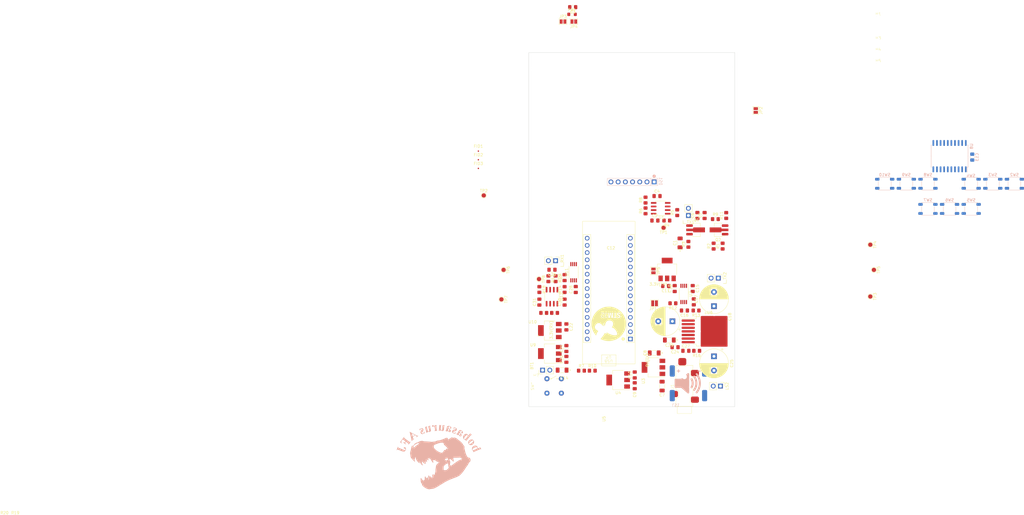
<source format=kicad_pcb>
(kicad_pcb (version 20221018) (generator pcbnew)
  (title_block (title "Lumber Plunder Metal Detector") (date "2023-03-24") (rev "V2") (comment 1 "Allen Jordan, allen.jordan@gmail.com"))
  (layers (0 "F.Cu" signal) (31 "B.Cu" signal) (34 "B.Paste" user) (35 "F.Paste" user) (36 "B.SilkS" user "B.Silkscreen") (37 "F.SilkS" user "F.Silkscreen") (38 "B.Mask" user) (39 "F.Mask" user) (44 "Edge.Cuts" user))
  (net 0 "")
  (net 1 "+BATT")
  (net 2 "GNDA")
  (net 3 "+9V")
  (net 4 "Net-(Q1-C)")
  (net 5 "+5VA")
  (net 6 "+3.3VA")
  (net 7 "Net-(JP1-B)")
  (net 8 "+5V")
  (net 9 "+3.3V")
  (net 10 "AUDIO")
  (net 11 "Net-(DS1-SCK)")
  (net 12 "Net-(DS1-SDA)")
  (net 13 "Net-(DS1-RES)")
  (net 14 "Net-(DS1-DC)")
  (net 15 "Net-(DS1-CS)")
  (net 16 "Net-(J1-PadTN)")
  (net 17 "/(BACKCH_TX)")
  (net 18 "SW8")
  (net 19 "+3.3V_uC")
  (net 20 "Net-(Q1-B)")
  (net 21 "Net-(Q1-E)")
  (net 22 "Net-(Q2-E)")
  (net 23 "TX_OSC_SCALED")
  (net 24 "Net-(JP5-A)")
  (net 25 "Net-(SW2-B)")
  (net 26 "Net-(SW3-B)")
  (net 27 "Net-(SW4-B)")
  (net 28 "Net-(SW5-B)")
  (net 29 "Net-(SW6-B)")
  (net 30 "Net-(SW7-B)")
  (net 31 "SW0")
  (net 32 "SW1")
  (net 33 "SW2")
  (net 34 "SW3")
  (net 35 "SW4")
  (net 36 "SW5")
  (net 37 "TX_FILTER_CLK")
  (net 38 "RX_FILTER_CLK")
  (net 39 "Net-(SW9-B)")
  (net 40 "RX_AMP_FILTERED")
  (net 41 "SW6")
  (net 42 "SW7")
  (net 43 "TX_AMP_RAW")
  (net 44 "Net-(SW10-B)")
  (net 45 "Net-(BT1-+)")
  (net 46 "Net-(SW8-B)")
  (net 47 "Net-(U1A-+)")
  (net 48 "Net-(U7-COM)")
  (net 49 "Net-(U6A-+)")
  (net 50 "Net-(U7-OUT)")
  (net 51 "Net-(#FLG01-pwr)")
  (net 52 "Net-(C17-Pad1)")
  (net 53 "Net-(C17-Pad2)")
  (net 54 "Net-(U6A-BIAS)")
  (net 55 "Net-(U11-COM)")
  (net 56 "Net-(U6B-+)")
  (net 57 "Net-(C26-Pad1)")
  (net 58 "Net-(C26-Pad2)")
  (net 59 "Net-(C18-Pad2)")
  (net 60 "Net-(C27-Pad2)")
  (net 61 "Net-(U12B--)")
  (net 62 "Net-(JP3-B)")
  (net 63 "Net-(JP3-A)")
  (net 64 "Net-(Q2-B)")
  (net 65 "Net-(U1A--)")
  (net 66 "Net-(U1B-+)")
  (net 67 "Net-(U2-PA_5)")
  (net 68 "Net-(U12A--)")
  (net 69 "Net-(U11-IN)")
  (net 70 "Net-(U12A-+)")
  (net 71 "Net-(U12B-+)")
  (net 75 "Net-(C25-Pad1)")
  (net 76 "Net-(C25-Pad2)")
  (footprint "Resistor_SMD:R_0805_2012Metric_Pad1.20x1.40mm_HandSolder" (layer "F.Cu") (at 64.954 133.2915 180)
    (fp_text reference "R20" (at 190.119 -70.546) (layer "F.SilkS"))
    (fp_text value "100k")
    (pad "1" smd roundrect (at -1 0 180) (size 1.2 1.4) (layers "F.Cu" "F.Paste" "F.Mask") (roundrect_rratio 0.208333) (net 71 "Net-(U12B-+)"))
    (pad "2" smd roundrect (at 1 0 180) (size 1.2 1.4) (layers "F.Cu" "F.Paste" "F.Mask") (roundrect_rratio 0.208333) (net 2 "GNDA"))
  )
  (footprint "allen footprints:mounting_hole_3mm" (layer "F.Cu") (at 182.626 41.974)
    (fp_text reference "H4" (at 0.254 -1.651 unlocked) (layer "F.SilkS") (effects (font (thickness 0.1))))
    (fp_text value "Strain Rel" hide)
    (pad "" np_thru_hole circle (at 0 0) (size 3 3) (drill 3) (layers "F&B.Cu" "*.Mask"))
  )
  (footprint "Capacitor_SMD:C_0805_2012Metric_Pad1.18x1.45mm_HandSolder" (layer "F.Cu") (at 119.126 98.918 90)
    (fp_text reference "C6" (at 0 -1.68 90) (layer "F.SilkS"))
    (fp_text value "10n")
    (pad "1" smd roundrect (at -1.0375 0 90) (size 1.175 1.45) (layers "F.Cu" "F.Paste" "F.Mask") (roundrect_rratio 0.212766) (net 4 "Net-(Q1-C)"))
    (pad "2" smd roundrect (at 1.0375 0 90) (size 1.175 1.45) (layers "F.Cu" "F.Paste" "F.Mask") (roundrect_rratio 0.212766) (net 2 "GNDA"))
  )
  (footprint "allen footprints:A11AH_right_angle_toggle_switch" (layer "F.Cu") (at 66.081 156.5325)
    (fp_text reference "SW1" (at -5.08 2.54 90 unlocked) (layer "F.SilkS") (effects (font (thickness 0.1))))
    (fp_text value "SW_SPST" hide)
    (pad "1" thru_hole circle (at 0 0) (size 1.8 1.8) (drill 0.8) (layers "*.Cu" "*.Mask") (net 45 "Net-(BT1-+)"))
    (pad "2" thru_hole circle (at 5.08 0) (size 1.8 1.8) (drill 0.8) (layers "*.Cu" "*.Mask") (net 1 "+BATT"))
    (pad "~" thru_hole circle (at 0 5.08) (size 1.8 1.8) (drill 0.8) (layers "*.Cu" "*.Mask"))
    (pad "~" thru_hole circle (at 5.08 5.08) (size 1.8 1.8) (drill 0.8) (layers "*.Cu" "*.Mask"))
  )
  (footprint "Resistor_SMD:R_0805_2012Metric_Pad1.20x1.40mm_HandSolder" (layer "F.Cu") (at 118.872 146.67 180)
    (fp_text reference "R16" (at 0 -1.65) (layer "F.SilkS"))
    (fp_text value "2.7")
    (pad "1" smd roundrect (at -1 0 180) (size 1.2 1.4) (layers "F.Cu" "F.Paste" "F.Mask") (roundrect_rratio 0.208333) (net 75 "Net-(C25-Pad1)"))
    (pad "2" smd roundrect (at 1 0 180) (size 1.2 1.4) (layers "F.Cu" "F.Paste" "F.Mask") (roundrect_rratio 0.208333) (net 60 "Net-(C27-Pad2)"))
  )
  (footprint "allen footprints:SJ-3524-SMT_audio_jack_with_tip_switch_smt" (layer "F.Cu") (at 114.554 166.314 90)
    (fp_text reference "J1" (at 7 -4.25 90 unlocked) (layer "F.SilkS") (effects (font (thickness 0.1))))
    (fp_text value "3.5mm audio jack TRS" hide)
    (pad "" np_thru_hole circle (at 3.5 0 90) (size 1.7 1.7) (drill 1.7) (layers "F&B.Cu" "*.Mask"))
    (pad "" np_thru_hole circle (at 10.5 0 90) (size 1.7 1.7) (drill 1.7) (layers "F&B.Cu" "*.Mask"))
    (pad "R" smd roundrect (at 4.4 -3.7 90) (size 2.2 2.8) (layers "F.Cu" "F.Paste" "F.Mask") (net 76 "Net-(C25-Pad2)"))
    (pad "S" smd roundrect (at 2.4 3.7 90) (size 2.2 2.8) (layers "F.Cu" "F.Paste" "F.Mask") (net 2 "GNDA"))
    (pad "T" smd roundrect (at 11.8 3.7 90) (size 2.2 2.8) (layers "F.Cu" "F.Paste" "F.Mask") (net 76 "Net-(C25-Pad2)"))
    (pad "TN" smd roundrect (at 15.8 -0.75 90) (size 2.6 2.8) (layers "F.Cu" "F.Paste" "F.Mask") (net 16 "Net-(J1-PadTN)"))
  )
  (footprint "Capacitor_SMD:C_0805_2012Metric_Pad1.18x1.45mm_HandSolder" (layer "F.Cu") (at 72.939 145.8645 90)
    (fp_text reference "C21" (at 0 -1.68 90) (layer "F.SilkS"))
    (fp_text value "100n")
    (pad "1" smd roundrect (at -1.0375 0 90) (size 1.175 1.45) (layers "F.Cu" "F.Paste" "F.Mask") (roundrect_rratio 0.212766) (net 2 "GNDA"))
    (pad "2" smd roundrect (at 1.0375 0 90) (size 1.175 1.45) (layers "F.Cu" "F.Paste" "F.Mask") (roundrect_rratio 0.212766) (net 8 "+5V"))
  )
  (footprint "Resistor_SMD:R_0805_2012Metric_Pad1.20x1.40mm_HandSolder" (layer "F.Cu") (at 72.304 125.0365 90)
    (fp_text reference "R14" (at 0 -1.65 90) (layer "F.SilkS"))
    (fp_text value "49.9k")
    (pad "1" smd roundrect (at -1 0 90) (size 1.2 1.4) (layers "F.Cu" "F.Paste" "F.Mask") (roundrect_rratio 0.208333) (net 68 "Net-(U12A--)"))
    (pad "2" smd roundrect (at 1 0 90) (size 1.2 1.4) (layers "F.Cu" "F.Paste" "F.Mask") (roundrect_rratio 0.208333) (net 69 "Net-(U11-IN)"))
  )
  (footprint "Package_TO_SOT_SMD:SOT-223-3_TabPin2" (layer "F.Cu") (at 91.186 156.972 180)
    (fp_text reference "U4" (at 0 -4.5) (layer "F.SilkS"))
    (fp_text value "5v lin reg")
    (pad "1" smd rect (at -3.15 -2.3 180) (size 2 1.5) (layers "F.Cu" "F.Paste" "F.Mask") (net 1 "+BATT"))
    (pad "2" smd rect (at -3.15 0 180) (size 2 1.5) (layers "F.Cu" "F.Paste" "F.Mask") (net 2 "GNDA"))
    (pad "2" smd rect (at 3.15 0 180) (size 2 3.8) (layers "F.Cu" "F.Paste" "F.Mask") (net 2 "GNDA"))
    (pad "3" smd rect (at -3.15 2.3 180) (size 2 1.5) (layers "F.Cu" "F.Paste" "F.Mask") (net 5 "+5VA"))
  )
  (footprint "TestPoint:TestPoint_Pad_D1.5mm" (layer "F.Cu") (at 180.086 109.22 -90)
    (fp_text reference "TP4" (at 0 -1.648 90) (layer "F.SilkS"))
    (fp_text value "TX_D_RAW")
    (pad "1" smd circle (at 0 0 270) (size 1.5 1.5) (layers "F.Cu" "F.Mask") (net 43 "TX_AMP_RAW"))
  )
  (footprint "Capacitor_THT:CP_Radial_D10.0mm_P5.00mm" (layer "F.Cu") (at 124.968 148.620323 -90)
    (fp_text reference "C25" (at 2.5 -6.25 90) (layer "F.SilkS"))
    (fp_text value "1000u")
    (pad "1" thru_hole rect (at 0 0 270) (size 2 2) (drill 1) (layers "*.Cu" "*.Mask") (net 75 "Net-(C25-Pad1)"))
    (pad "2" thru_hole circle (at 5 0 270) (size 2 2) (drill 1) (layers "*.Cu" "*.Mask") (net 76 "Net-(C25-Pad2)"))
  )
  (footprint "Capacitor_SMD:C_0805_2012Metric_Pad1.18x1.45mm_HandSolder" (layer "F.Cu") (at 114.554 132.446 180)
    (fp_text reference "C16" (at 0 -1.68) (layer "F.SilkS"))
    (fp_text value "100n")
    (pad "1" smd roundrect (at -1.0375 0 180) (size 1.175 1.45) (layers "F.Cu" "F.Paste" "F.Mask") (roundrect_rratio 0.212766) (net 56 "Net-(U6B-+)"))
    (pad "2" smd roundrect (at 1.0375 0 180) (size 1.175 1.45) (layers "F.Cu" "F.Paste" "F.Mask") (roundrect_rratio 0.212766) (net 50 "Net-(U7-OUT)"))
  )
  (footprint "allen footprints:mounting_hole_3mm" (layer "F.Cu") (at 62.017 157.0405)
    (fp_text reference "H2" (at 0.254 -1.651 unlocked) (layer "F.SilkS") (effects (font (thickness 0.1))))
    (fp_text value "Strain Rel" hide)
    (pad "" np_thru_hole circle (at 0 0) (size 3 3) (drill 3) (layers "F&B.Cu" "*.Mask"))
  )
  (footprint "Package_TO_SOT_SMD:SOT-223-3_TabPin2" (layer "F.Cu") (at 67.097 147.6425 180)
    (fp_text reference "U9" (at 5.944 3.048) (layer "F.SilkS"))
    (fp_text value "5v lin reg")
    (pad "1" smd rect (at -3.15 -2.3 180) (size 2 1.5) (layers "F.Cu" "F.Paste" "F.Mask") (net 1 "+BATT"))
    (pad "2" smd rect (at -3.15 0 180) (size 2 1.5) (layers "F.Cu" "F.Paste" "F.Mask") (net 2 "GNDA"))
    (pad "2" smd rect (at 3.15 0 180) (size 2 3.8) (layers "F.Cu" "F.Paste" "F.Mask") (net 2 "GNDA"))
    (pad "3" smd rect (at -3.15 2.3 180) (size 2 1.5) (layers "F.Cu" "F.Paste" "F.Mask") (net 8 "+5V"))
  )
  (footprint "Capacitor_SMD:C_0805_2012Metric_Pad1.18x1.45mm_HandSolder" (layer "F.Cu") (at 111.252 145.4 180)
    (fp_text reference "C24" (at 0 -1.68) (layer "F.SilkS"))
    (fp_text value "100n")
    (pad "1" smd roundrect (at -1.0375 0 180) (size 1.175 1.45) (layers "F.Cu" "F.Paste" "F.Mask") (roundrect_rratio 0.212766) (net 49 "Net-(U6A-+)"))
    (pad "2" smd roundrect (at 1.0375 0 180) (size 1.175 1.45) (layers "F.Cu" "F.Paste" "F.Mask") (roundrect_rratio 0.212766) (net 10 "AUDIO"))
  )
  (footprint "allen footprints:mounting_hole_4-40_thru" (layer "F.Cu") (at 178.49795 34.10595)
    (fp_text reference "H6" hide)
    (fp_text value "MountingHole" hide)
    (pad "" np_thru_hole circle (at 0 0) (size 3.2639 3.2639) (drill 3.2639) (layers "F&B.Cu" "*.Mask" "Dwgs.User"))
  )
  (footprint "Capacitor_SMD:C_0805_2012Metric_Pad1.18x1.45mm_HandSolder" (layer "F.Cu") (at 121.666 98.918 90)
    (fp_text reference "C5" (at 0 -1.68 90) (layer "F.SilkS"))
    (fp_text value "33n")
    (pad "1" smd roundrect (at -1.0375 0 90) (size 1.175 1.45) (layers "F.Cu" "F.Paste" "F.Mask") (roundrect_rratio 0.212766) (net 4 "Net-(Q1-C)"))
    (pad "2" smd roundrect (at 1.0375 0 90) (size 1.175 1.45) (layers "F.Cu" "F.Paste" "F.Mask") (roundrect_rratio 0.212766) (net 2 "GNDA"))
  )
  (footprint "Resistor_SMD:R_0805_2012Metric_Pad1.20x1.40mm_HandSolder" (layer "F.Cu") (at 128.016 109.713 90)
    (fp_text reference "R1" (at 0 -1.65 90) (layer "F.SilkS"))
    (fp_text value "27k")
    (pad "1" smd roundrect (at -1 0 90) (size 1.2 1.4) (layers "F.Cu" "F.Paste" "F.Mask") (roundrect_rratio 0.208333) (net 7 "Net-(JP1-B)"))
    (pad "2" smd roundrect (at 1 0 90) (size 1.2 1.4) (layers "F.Cu" "F.Paste" "F.Mask") (roundrect_rratio 0.208333) (net 64 "Net-(Q2-B)"))
  )
  (footprint "Connector_PinHeader_2.54mm:PinHeader_1x02_P2.54mm_Vertical" (layer "F.Cu") (at 69.134 114.8765 -90)
    (fp_text reference "L_RX1" (at 0 -2.33 90) (layer "F.SilkS"))
    (fp_text value "6m1")
    (pad "1" thru_hole rect (at 0 0 270) (size 1.7 1.7) (drill 1) (layers "*.Cu" "*.Mask") (net 57 "Net-(C26-Pad1)"))
    (pad "2" thru_hole oval (at 0 2.54 270) (size 1.7 1.7) (drill 1) (layers "*.Cu" "*.Mask") (net 58 "Net-(C26-Pad2)"))
  )
  (footprint "Capacitor_SMD:C_0805_2012Metric_Pad1.18x1.45mm_HandSolder" (layer "F.Cu") (at 104.14 100.696)
    (fp_text reference "C2" (at 0 -1.68) (layer "F.SilkS"))
    (fp_text value "100n")
    (pad "1" smd roundrect (at -1.0375 0) (size 1.175 1.45) (layers "F.Cu" "F.Paste" "F.Mask") (roundrect_rratio 0.212766) (net 7 "Net-(JP1-B)"))
    (pad "2" smd roundrect (at 1.0375 0) (size 1.175 1.45) (layers "F.Cu" "F.Paste" "F.Mask") (roundrect_rratio 0.212766) (net 2 "GNDA"))
  )
  (footprint "Connector_PinHeader_2.54mm:PinHeader_1x02_P2.54mm_Vertical" (layer "F.Cu") (at 64.552 153.4845 90)
    (fp_text reference "BT1" (at 1.524 -3.805 90) (layer "F.SilkS"))
    (fp_text value "12V (18650 x3)")
    (pad "1" thru_hole rect (at 0 0 90) (size 1.7 1.7) (drill 1) (layers "*.Cu" "*.Mask") (net 45 "Net-(BT1-+)"))
    (pad "2" thru_hole oval (at 0 2.54 90) (size 1.7 1.7) (drill 1) (layers "*.Cu" "*.Mask") (net 2 "GNDA"))
  )
  (footprint "allen footprints:mounting_hole_3mm" (layer "F.Cu") (at 182.626 29.464)
    (fp_text reference "H1" (at 0.254 -1.651 unlocked) (layer "F.SilkS") (effects (font (thickness 0.1))))
    (fp_text value "Strain Rel" hide)
    (pad "" np_thru_hole circle (at 0 0) (size 3 3) (drill 3) (layers "F&B.Cu" "*.Mask"))
  )
  (footprint "Package_TO_SOT_SMD:SOT-223-3_TabPin2" (layer "F.Cu") (at 67.097 139.5145 180)
    (fp_text reference "U10" (at 6.096 3.048) (layer "F.SilkS"))
    (fp_text value "3.3v lin reg")
    (pad "1" smd rect (at -3.15 -2.3 180) (size 2 1.5) (layers "F.Cu" "F.Paste" "F.Mask") (net 8 "+5V"))
    (pad "2" smd rect (at -3.15 0 180) (size 2 1.5) (layers "F.Cu" "F.Paste" "F.Mask") (net 2 "GNDA"))
    (pad "2" smd rect (at 3.15 0 180) (size 2 3.8) (layers "F.Cu" "F.Paste" "F.Mask") (net 2 "GNDA"))
    (pad "3" smd rect (at -3.15 2.3 180) (size 2 1.5) (layers "F.Cu" "F.Paste" "F.Mask") (net 9 "+3.3V"))
  )
  (footprint "Capacitor_SMD:C_0805_2012Metric_Pad1.18x1.45mm_HandSolder" (layer "F.Cu") (at 97.028 155.194 90)
    (fp_text reference "C10" (at 0 -1.68 90) (layer "F.SilkS"))
    (fp_text value "100n")
    (pad "1" smd roundrect (at -1.0375 0 90) (size 1.175 1.45) (layers "F.Cu" "F.Paste" "F.Mask") (roundrect_rratio 0.212766) (net 2 "GNDA"))
    (pad "2" smd roundrect (at 1.0375 0 90) (size 1.175 1.45) (layers "F.Cu" "F.Paste" "F.Mask") (roundrect_rratio 0.212766) (net 5 "+5VA"))
  )
  (footprint "allen footprints:C_Polarized_1206_3216Metric_HandSolder_allen" (layer "F.Cu") (at 71.415 153.4845 180)
    (fp_text reference "C14" (at -0.762 -2.794) (layer "F.SilkS"))
    (fp_text value "10u" hide)
    (fp_text user "+" (at -2.8448 -0.0508 180 unlocked) (layer "F.SilkS") (effects (font (size 0.635 0.635) (thickness 0.127))))
    (pad "1" smd roundrect (at -1.5625 0 180) (size 1.325 1.8) (layers "F.Cu" "F.Paste" "F.Mask") (roundrect_rratio 0.188679) (net 1 "+BATT"))
    (pad "2" smd roundrect (at 1.5625 0 180) (size 1.325 1.8) (layers "F.Cu" "F.Paste" "F.Mask") (roundrect_rratio 0.188679) (net 2 "GNDA"))
  )
  (footprint "Resistor_SMD:R_0805_2012Metric_Pad1.20x1.40mm_HandSolder" (layer "F.Cu") (at 125.476 100.188)
    (fp_text reference "R9" (at 0 -1.65) (layer "F.SilkS"))
    (fp_text value "12k")
    (pad "1" smd roundrect (at -1 0) (size 1.2 1.4) (layers "F.Cu" "F.Paste" "F.Mask") (roundrect_rratio 0.208333) (net 4 "Net-(Q1-C)"))
    (pad "2" smd roundrect (at 1 0) (size 1.2 1.4) (layers "F.Cu" "F.Paste" "F.Mask") (roundrect_rratio 0.208333) (net 64 "Net-(Q2-B)"))
  )
  (footprint "Capacitor_THT:CP_Radial_D10.0mm_P5.00mm" (layer "F.Cu") (at 124.968 130.922 90)
    (fp_text reference "C17" (at 2.5 -6.25 90) (layer "F.SilkS"))
    (fp_text value "1000u")
    (pad "1" thru_hole rect (at 0 0 90) (size 2 2) (drill 1) (layers "*.Cu" "*.Mask") (net 52 "Net-(C17-Pad1)"))
    (pad "2" thru_hole circle (at 5 0 90) (size 2 2) (drill 1) (layers "*.Cu" "*.Mask") (net 53 "Net-(C17-Pad2)"))
  )
  (footprint "Jumper:SolderJumper-2_P1.3mm_Open_Pad1.0x1.5mm" (layer "F.Cu") (at 103.632 118.476 -90)
    (fp_text reference "JP5" (at 0 -1.8 90) (layer "F.SilkS"))
    (fp_text value "SolderJumper_2_Open")
    (pad "1" smd rect (at -0.65 0 270) (size 1 1.5) (layers "F.Cu" "F.Mask") (net 24 "Net-(JP5-A)"))
    (pad "2" smd rect (at 0.65 0 270) (size 1 1.5) (layers "F.Cu" "F.Mask") (net 6 "+3.3VA"))
  )
  (footprint "Resistor_SMD:R_0805_2012Metric_Pad1.20x1.40mm_HandSolder" (layer "F.Cu") (at 129.286 98.918 90)
    (fp_text reference "R11" (at 0 -1.65 90) (layer "F.SilkS"))
    (fp_text value "2k")
    (pad "1" smd roundrect (at -1 0 90) (size 1.2 1.4) (layers "F.Cu" "F.Paste" "F.Mask") (roundrect_rratio 0.208333) (net 22 "Net-(Q2-E)"))
    (pad "2" smd roundrect (at 1 0 90) (size 1.2 1.4) (layers "F.Cu" "F.Paste" "F.Mask") (roundrect_rratio 0.208333) (net 2 "GNDA"))
  )
  (footprint "Package_SO:SOIC-8_3.9x4.9mm_P1.27mm" (layer "F.Cu") (at 67.859 127.5765 -90)
    (fp_text reference "U12" (at 0 -3.4 90) (layer "F.SilkS"))
    (fp_text value "op amp (lower voltage)")
    (pad "1" smd roundrect (at -2.475 -1.905 270) (size 1.95 0.6) (layers "F.Cu" "F.Paste" "F.Mask") (net 69 "Net-(U11-IN)"))
    (pad "2" smd roundrect (at -2.475 -0.635 270) (size 1.95 0.6) (layers "F.Cu" "F.Paste" "F.Mask") (net 68 "Net-(U12A--)"))
    (pad "3" smd roundrect (at -2.475 0.635 270) (size 1.95 0.6) (layers "F.Cu" "F.Paste" "F.Mask") (net 70 "Net-(U12A-+)"))
    (pad "4" smd roundrect (at -2.475 1.905 270) (size 1.95 0.6) (layers "F.Cu" "F.Paste" "F.Mask") (net 2 "GNDA"))
    (pad "5" smd roundrect (at 2.475 1.905 270) (size 1.95 0.6) (layers "F.Cu" "F.Paste" "F.Mask") (net 71 "Net-(U12B-+)"))
    (pad "6" smd roundrect (at 2.475 0.635 270) (size 1.95 0.6) (layers "F.Cu" "F.Paste" "F.Mask") (net 61 "Net-(U12B--)"))
    (pad "7" smd roundrect (at 2.475 -0.635 270) (size 1.95 0.6) (layers "F.Cu" "F.Paste" "F.Mask") (net 61 "Net-(U12B--)"))
    (pad "8" smd roundrect (at 2.475 -1.905 270) (size 1.95 0.6) (layers "F.Cu" "F.Paste" "F.Mask") (net 9 "+3.3V"))
  )
  (footprint "Resistor_SMD:R_0805_2012Metric_Pad1.20x1.40mm_HandSolder" (layer "F.Cu") (at 100.838 97.283 90)
    (fp_text reference "R6" (at 0 -1.65 90) (layer "F.SilkS"))
    (fp_text value "100k")
    (pad "1" smd roundrect (at -1 0 90) (size 1.2 1.4) (layers "F.Cu" "F.Paste" "F.Mask") (roundrect_rratio 0.208333) (net 7 "Net-(JP1-B)"))
    (pad "2" smd roundrect (at 1 0 90) (size 1.2 1.4) (layers "F.Cu" "F.Paste" "F.Mask") (roundrect_rratio 0.208333) (net 66 "Net-(U1B-+)"))
  )
  (footprint "allen footprints:SolderJumper-2_Open_big_allen" (layer "F.Cu") (at 104.028 129.906 180)
    (fp_text reference "JP1" (at 0.508 -1.905) (layer "F.SilkS"))
    (fp_text value "SolderJumper_2_Open_big" hide)
    (pad "1" smd rect (at -0.65 0 180) (size 1 2.032) (layers "F.Cu" "F.Mask") (net 3 "+9V"))
    (pad "2" smd rect (at 0.65 0 180) (size 1 2.032) (layers "F.Cu" "F.Mask") (net 7 "Net-(JP1-B)"))
  )
  (footprint "Capacitor_SMD:C_0805_2012Metric_Pad1.18x1.45mm_HandSolder" (layer "F.Cu") (at 76.241 125.0365 90)
    (fp_text reference "C28" (at 0 -1.68 90) (layer "F.SilkS"))
    (fp_text value "100n")
    (pad "1" smd roundrect (at -1.0375 0 90) (size 1.175 1.45) (layers "F.Cu" "F.Paste" "F.Mask") (roundrect_rratio 0.212766) (net 2 "GNDA"))
    (pad "2" smd roundrect (at 1.0375 0 90) (size 1.175 1.45) (layers "F.Cu" "F.Paste" "F.Mask") (roundrect_rratio 0.212766) (net 9 "+3.3V"))
  )
  (footprint "Jumper:SolderJumper-2_P1.3mm_Open_Pad1.0x1.5mm" (layer "F.Cu") (at 71.755 30.48)
    (fp_text reference "JP3" (at 0 -1.8) (layer "F.SilkS"))
    (fp_text value "SolderJumper_2_Open")
    (pad "1" smd rect (at -0.65 0) (size 1 1.5) (layers "F.Cu" "F.Mask") (net 63 "Net-(JP3-A)"))
    (pad "2" smd rect (at 0.65 0) (size 1 1.5) (layers "F.Cu" "F.Mask") (net 62 "Net-(JP3-B)"))
  )
  (footprint "TestPoint:TestPoint_Pad_D1.5mm" (layer "F.Cu") (at 43.815 91.845)
    (fp_text reference "TP2" (at 0 -1.648) (layer "F.SilkS"))
    (fp_text value "TX_A_RAW")
    (pad "1" smd circle (at 0 0) (size 1.5 1.5) (layers "F.Cu" "F.Mask") (net 4 "Net-(Q1-C)"))
  )
  (footprint "Capacitor_SMD:C_1206_3216Metric_Pad1.33x1.80mm_HandSolder" (layer "F.Cu") (at 106.68 159.116 -90)
    (fp_text reference "C7" (at 3.175 0) (layer "F.SilkS"))
    (fp_text value "470n")
    (pad "1" smd roundrect (at -1.5625 0 270) (size 1.325 1.8) (layers "F.Cu" "F.Paste" "F.Mask") (roundrect_rratio 0.188679) (net 1 "+BATT"))
    (pad "2" smd roundrect (at 1.5625 0 270) (size 1.325 1.8) (layers "F.Cu" "F.Paste" "F.Mask") (roundrect_rratio 0.188679) (net 2 "GNDA"))
  )
  (footprint "allen footprints:C_Polarized_1206_3216Metric_HandSolder_allen" (layer "F.Cu") (at 109.22 142.86 180)
    (fp_text reference "C29" (at 0 -1.85) (layer "F.SilkS"))
    (fp_text value "100u" hide)
    (fp_text user "+" (at -2.8448 -0.0508 180 unlocked) (layer "F.SilkS") (effects (font (size 0.635 0.635) (thickness 0.127))))
    (pad "1" smd roundrect (at -1.5625 0 180) (size 1.325 1.8) (layers "F.Cu" "F.Paste" "F.Mask") (roundrect_rratio 0.188679) (net 54 "Net-(U6A-BIAS)"))
    (pad "2" smd roundrect (at 1.5625 0 180) (size 1.325 1.8) (layers "F.Cu" "F.Paste" "F.Mask") (roundrect_rratio 0.188679) (net 2 "GNDA"))
  )
  (footprint "Resistor_SMD:R_0805_2012Metric_Pad1.20x1.40mm_HandSolder" (layer "F.Cu") (at 110.49 129.906 180)
    (fp_text reference "R12" (at 0 -1.65) (layer "F.SilkS"))
    (fp_text value "10k")
    (pad "1" smd roundrect (at -1 0 180) (size 1.2 1.4) (layers "F.Cu" "F.Paste" "F.Mask") (roundrect_rratio 0.208333) (net 50 "Net-(U7-OUT)"))
    (pad "2" smd roundrect (at 1 0 180) (size 1.2 1.4) (layers "F.Cu" "F.Paste" "F.Mask") (roundrect_rratio 0.208333) (net 2 "GNDA"))
  )
  (footprint "Package_TO_SOT_SMD:SOT-223-3_TabPin2" (layer "F.Cu") (at 103.632 152.512 180)
    (fp_text reference "U3" (at 3.556 -4.826 90) (layer "F.SilkS"))
    (fp_text value "9v lin reg")
    (pad "1" smd rect (at -3.15 -2.3 180) (size 2 1.5) (layers "F.Cu" "F.Paste" "F.Mask") (net 1 "+BATT"))
    (pad "2" smd rect (at -3.15 0 180) (size 2 1.5) (layers "F.Cu" "F.Paste" "F.Mask") (net 2 "GNDA"))
    (pad "2" smd rect (at 3.15 0 180) (size 2 3.8) (layers "F.Cu" "F.Paste" "F.Mask") (net 2 "GNDA"))
    (pad "3" smd rect (at -3.15 2.3 180) (size 2 1.5) (layers "F.Cu" "F.Paste" "F.Mask") (net 3 "+9V"))
  )
  (footprint "Resistor_SMD:R_0805_2012Metric_Pad1.20x1.40mm_HandSolder" (layer "F.Cu") (at 78.248 153.67)
    (fp_text reference "R7" (at 0 -1.65) (layer "F.SilkS"))
    (fp_text value "100k")
    (pad "1" smd roundrect (at -1 0) (size 1.2 1.4) (layers "F.Cu" "F.Paste" "F.Mask") (roundrect_rratio 0.208333) (net 1 "+BATT"))
    (pad "2" smd roundrect (at 1 0) (size 1.2 1.4) (layers "F.Cu" "F.Paste" "F.Mask") (roundrect_rratio 0.208333) (net 67 "Net-(U2-PA_5)"))
  )
  (footprint "Capacitor_SMD:C_0805_2012Metric_Pad1.18x1.45mm_HandSolder" (layer "F.Cu") (at 67.859 118.0515 180)
    (fp_text reference "C26" (at 0 -1.68) (layer "F.SilkS"))
    (fp_text value "33n")
    (pad "1" smd roundrect (at -1.0375 0 180) (size 1.175 1.45) (layers "F.Cu" "F.Paste" "F.Mask") (roundrect_rratio 0.212766) (net 57 "Net-(C26-Pad1)"))
    (pad "2" smd roundrect (at 1.0375 0 180) (size 1.175 1.45) (layers "F.Cu" "F.Paste" "F.Mask") (roundrect_rratio 0.212766) (net 58 "Net-(C26-Pad2)"))
  )
  (footprint "TestPoint:TestPoint_Pad_D1.5mm" (layer "F.Cu") (at 50.038 128.524 -90)
    (fp_text reference "TP7" (at 0 -1.648 90) (layer "F.SilkS"))
    (fp_text value "RX_FILT")
    (pad "1" smd circle (at 0 0 270) (size 1.5 1.5) (layers "F.Cu" "F.Mask") (net 40 "RX_AMP_FILTERED"))
  )
  (footprint "allen footprints:C_Polarized_0805_2012Metric_HandSolder_allen" (layer "F.Cu") (at 72.939 138.2445 -90)
    (fp_text reference "C22" (at 0 -1.68 90) (layer "F.SilkS"))
    (fp_text value "3.3u" hide)
    (fp_text user "+" (at 3.0988 9.8552 -90 unlocked) (layer "F.SilkS") (effects (font (size 0.635 0.635) (thickness 0.127))))
    (pad "1" smd roundrect (at -1.0375 0 270) (size 1.175 1.45) (layers "F.Cu" "F.Paste" "F.Mask") (roundrect_rratio 0.212766) (net 9 "+3.3V"))
    (pad "2" smd roundrect (at 1.0375 0 270) (size 1.175 1.45) (layers "F.Cu" "F.Paste" "F.Mask") (roundrect_rratio 0.212766) (net 2 "GNDA"))
  )
  (footprint "Package_TO_SOT_SMD:TO-263-7_TabPin4" (layer "F.Cu") (at 123.541 139.812)
    (fp_text reference "U6" (at 0 -6.65) (layer "F.SilkS"))
    (fp_text value "audio amp")
    (pad "1" smd roundrect (at -7.65 -3.81) (size 4.6 0.8) (layers "F.Cu" "F.Paste" "F.Mask") (net 52 "Net-(C17-Pad1)"))
    (pad "2" smd roundrect (at -7.65 -2.54) (size 4.6 0.8) (layers "F.Cu" "F.Paste" "F.Mask") (net 56 "Net-(U6B-+)"))
    (pad "3" smd roundrect (at -7.65 -1.27) (size 4.6 0.8) (layers "F.Cu" "F.Paste" "F.Mask") (net 3 "+9V"))
    (pad "4" smd roundrect (at -7.65 0) (size 4.6 0.8) (layers "F.Cu" "F.Paste" "F.Mask") (net 2 "GNDA"))
    (pad "4" smd roundrect (at -0.925 -2.775) (size 4.55 5.25) (layers "F.Cu" "F.Paste") (roundrect_rratio 0.054945) (net 2 "GNDA"))
    (pad "4" smd roundrect (at -0.925 2.775) (size 4.55 5.25) (layers "F.Cu" "F.Paste") (roundrect_rratio 0.054945) (net 2 "GNDA"))
    (pad "4" smd roundrect (at 1.5 0) (size 9.4 10.8) (layers "F.Cu" "F.Mask") (roundrect_rratio 0.026596) (net 2 "GNDA"))
    (pad "4" smd roundrect (at 3.925 -2.775) (size 4.55 5.25) (layers "F.Cu" "F.Paste") (roundrect_rratio 0.054945) (net 2 "GNDA"))
    (pad "4" smd roundrect (at 3.925 2.775) (size 4.55 5.25) (layers "F.Cu" "F.Paste") (roundrect_rratio 0.054945) (net 2 "GNDA"))
    (pad "5" smd roundrect (at -7.65 1.27) (size 4.6 0.8) (layers "F.Cu" "F.Paste" "F.Mask") (net 54 "Net-(U6A-BIAS)"))
    (pad "6" smd roundrect (at -7.65 2.54) (size 4.6 0.8) (layers "F.Cu" "F.Paste" "F.Mask") (net 49 "Net-(U6A-+)"))
    (pad "7" smd roundrect (at -7.65 3.81) (size 4.6 0.8) (layers "F.Cu" "F.Paste" "F.Mask") (net 75 "Net-(C25-Pad1)"))
  )
  (footprint "Package_SO:TSSOP-8_4.4x3mm_P0.65mm" (layer "F.Cu") (at 75.479 118.9405 90)
    (fp_text reference "U11" (at 0 -2.45 90) (layer "F.SilkS"))
    (fp_text value "lp filter")
    (pad "1" smd roundrect (at -2.8625 -0.975 90) (size 1.475 0.4) (layers "F.Cu" "F.Paste" "F.Mask") (net 55 "Net-(U11-COM)"))
    (pad "2" smd roundrect (at -2.8625 -0.325 90) (size 1.475 0.4) (layers "F.Cu" "F.Paste" "F.Mask") (net 69 "Net-(U11-IN)"))
    (pad "3" smd roundrect (at -2.8625 0.325 90) (size 1.475 0.4) (layers "F.Cu" "F.Paste" "F.Mask") (net 2 "GNDA"))
    (pad "4" smd roundrect (at -2.8625 0.975 90) (size 1.475 0.4) (layers "F.Cu" "F.Paste" "F.Mask") (net 9 "+3.3V"))
    (pad "5" smd roundrect (at 2.8625 0.975 90) (size 1.475 0.4) (layers "F.Cu" "F.Paste" "F.Mask") (net 40 "RX_AMP_FILTERED"))
    (pad "6" smd roundrect (at 2.8625 0.325 90) (size 1.475 0.4) (layers "F.Cu" "F.Paste" "F.Mask") (net 55 "Net-(U11-COM)"))
    (pad "7" smd roundrect (at 2.8625 -0.325 90) (size 1.475 0.4) (layers "F.Cu" "F.Paste" "F.Mask") (net 9 "+3.3V"))
    (pad "8" smd roundrect (at 2.8625 -0.975 90) (size 1.475 0.4) (layers "F.Cu" "F.Paste" "F.Mask") (net 38 "RX_FILTER_CLK"))
  )
  (footprint "Capacitor_SMD:C_0805_2012Metric_Pad1.18x1.45mm_HandSolder" (layer "F.Cu") (at 72.304 129.4815 90)
    (fp_text reference "C30" (at 0 -1.68 90) (layer "F.SilkS"))
    (fp_text value "100n")
    (pad "1" smd roundrect (at -1.0375 0 90) (size 1.175 1.45) (layers "F.Cu" "F.Paste" "F.Mask") (roundrect_rratio 0.212766) (net 9 "+3.3V"))
    (pad "2" smd roundrect (at 1.0375 0 90) (size 1.175 1.45) (layers "F.Cu" "F.Paste" "F.Mask") (roundrect_rratio 0.212766) (net 2 "GNDA"))
  )
  (footprint "allen footprints:C_Polarized_0805_2012Metric_HandSolder_allen" (layer "F.Cu") (at 107.95 123.81 180)
    (fp_text reference "C11" (at 0 -1.68) (layer "F.SilkS"))
    (fp_text value "3.3u" hide)
    (fp_text user "+" (at -2.2352 -0.0508 180 unlocked) (layer "F.SilkS") (effects (font (size 0.635 0.635) (thickness 0.127))))
    (pad "1" smd roundrect (at -1.0375 0 180) (size 1.175 1.45) (layers "F.Cu" "F.Paste" "F.Mask") (roundrect_rratio 0.212766) (net 6 "+3.3VA"))
    (pad "2" smd roundrect (at 1.0375 0 180) (size 1.175 1.45) (layers "F.Cu" "F.Paste" "F.Mask") (roundrect_rratio 0.212766) (net 2 "GNDA"))
  )
  (footprint "allen footprints:C_Polarized_1206_3216Metric_HandSolder_allen" (layer "F.Cu") (at 103.886 147.432 180)
    (fp_text reference "C8" (at 3.175 0 90) (layer "F.SilkS"))
    (fp_text value "22u" hide)
    (fp_text user "+" (at -2.8448 -0.0508 180 unlocked) (layer "F.SilkS") (effects (font (size 0.635 0.635) (thickness 0.127))))
    (pad "1" smd roundrect (at -1.5625 0 180) (size 1.325 1.8) (layers "F.Cu" "F.Paste" "F.Mask") (roundrect_rratio 0.188679) (net 3 "+9V"))
    (pad "2" smd roundrect (at 1.5625 0 180) (size 1.325 1.8) (layers "F.Cu" "F.Paste" "F.Mask") (roundrect_rratio 0.188679) (net 2 "GNDA"))
  )
  (footprint "allen footprints:SOT-89-3_Handsoldering_allen" (layer "F.Cu") (at 118.491 103.998)
    (fp_text reference "Q1" (at 0.3 -3.5) (layer "F.SilkS"))
    (fp_text value "PNP")
    (pad "1" smd roundrect (at -2.15 -1.5) (size 2.3 0.9) (layers "F.Cu" "F.Paste" "F.Mask") (net 20 "Net-(Q1-B)"))
    (pad "2" smd custom (at -2.0625 0) (size 2.475 0.9) (layers "F.Cu" "F.Paste" "F.Mask") (net 4 "Net-(Q1-C)") (options (clearance outline) (anchor rect)) (primitives (gr_poly (pts (xy 5.3625 0.8665) (xy 1.2375 0.8665) (xy 1.2375 -0.8665) (xy 5.3625 -0.8665)) (width 0) (fill yes))))
    (pad "3" smd roundrect (at -2.15 1.5) (size 2.3 0.9) (layers "F.Cu" "F.Paste" "F.Mask") (net 21 "Net-(Q1-E)"))
  )
  (footprint "Resistor_SMD:R_0805_2012Metric_Pad1.20x1.40mm_HandSolder" (layer "F.Cu") (at 82.058 153.67)
    (fp_text reference "R10" (at 0 -1.65) (layer "F.SilkS"))
    (fp_text value "33k")
    (pad "1" smd roundrect (at -1 0) (size 1.2 1.4) (layers "F.Cu" "F.Paste" "F.Mask") (roundrect_rratio 0.208333) (net 67 "Net-(U2-PA_5)"))
    (pad "2" smd roundrect (at 1 0) (size 1.2 1.4) (layers "F.Cu" "F.Paste" "F.Mask") (roundrect_rratio 0.208333) (net 2 "GNDA"))
  )
  (footprint "Resistor_SMD:R_0805_2012Metric_Pad1.20x1.40mm_HandSolder" (layer "F.Cu") (at 100.838 93.473 90)
    (fp_text reference "R8" (at 0 -1.65 90) (layer "F.SilkS"))
    (fp_text value "18k")
    (pad "1" smd roundrect (at -1 0 90) (size 1.2 1.4) (layers "F.Cu" "F.Paste" "F.Mask") (roundrect_rratio 0.208333) (net 66 "Net-(U1B-+)"))
    (pad "2" smd roundrect (at 1 0 90) (size 1.2 1.4) (layers "F.Cu" "F.Paste" "F.Mask") (roundrect_rratio 0.208333) (net 2 "GNDA"))
  )
  (footprint "Fiducial:Fiducial_0.5mm_Mask1.5mm" (layer "F.Cu") (at 41.91 79.25)
    (fp_text reference "FID2" (at 0 -1.7145) (layer "F.SilkS"))
    (fp_text value "Fiducial")
    (pad "" smd circle (at 0 0) (size 0.5 0.5) (layers "F.Cu" "F.Mask") (clearance 0.5))
  )
  (footprint "Capacitor_SMD:C_0805_2012Metric_Pad1.18x1.45mm_HandSolder" (layer "F.Cu") (at 63.414 129.4815 90)
    (fp_text reference "C31" (at 0 -1.68 90) (layer "F.SilkS"))
    (fp_text value "100n")
    (pad "1" smd roundrect (at -1.0375 0 90) (size 1.175 1.45) (layers "F.Cu" "F.Paste" "F.Mask") (roundrect_rratio 0.212766) (net 2 "GNDA"))
    (pad "2" smd roundrect (at 1.0375 0 90) (size 1.175 1.45) (layers "F.Cu" "F.Paste" "F.Mask") (roundrect_rratio 0.212766) (net 61 "Net-(U12B--)"))
  )
  (footprint "Connector_PinHeader_2.54mm:PinHeader_1x02_P2.54mm_Vertical" (layer "F.Cu") (at 127.254 159.116 -90)
    (fp_text reference "LS2" (at 0 -2.33 90) (layer "F.SilkS"))
    (fp_text value "Ext. Speaker")
    (pad "1" thru_hole rect (at 0 0 270) (size 1.7 1.7) (drill 1) (layers "*.Cu" "*.Mask") (net 2 "GNDA"))
    (pad "2" thru_hole oval (at 0 2.54 270) (size 1.7 1.7) (drill 1) (layers "*.Cu" "*.Mask") (net 16 "Net-(J1-PadTN)"))
  )
  (footprint "TestPoint:TestPoint_Pad_D1.5mm" (layer "F.Cu") (at 180.086 127.508 -90)
    (fp_text reference "TP3" (at 0 -1.648 90) (layer "F.SilkS"))
    (fp_text value "TX_D_AMP")
    (pad "1" smd circle (at 0 0 270) (size 1.5 1.5) (layers "F.Cu" "F.Mask") (net 53 "Net-(C17-Pad2)"))
  )
  (footprint "Package_TO_SOT_SMD:SOT-223-3_TabPin2" (layer "F.Cu") (at 108.458 117.968 90)
    (fp_text reference "U5" (at -52.73 -22.28 90) (layer "F.SilkS"))
    (fp_text value "3.3v lin reg")
    (pad "1" smd rect (at -3.15 -2.3 90) (size 2 1.5) (layers "F.Cu" "F.Paste" "F.Mask") (net 5 "+5VA"))
    (pad "2" smd rect (at -3.15 0 90) (size 2 1.5) (layers "F.Cu" "F.Paste" "F.Mask") (net 2 "GNDA"))
    (pad "2" smd rect (at 3.15 0 90) (size 2 3.8) (layers "F.Cu" "F.Paste" "F.Mask") (net 2 "GNDA"))
    (pad "3" smd rect (at -3.15 2.3 90) (size 2 1.5) (layers "F.Cu" "F.Paste" "F.Mask") (net 6 "+3.3VA"))
  )
  (footprint "Resistor_SMD:R_0805_2012Metric_Pad1.20x1.40mm_HandSolder" (layer "F.Cu") (at 115.951 109.078 90)
    (fp_text reference "R3" (at 0 -1.65 90) (layer "F.SilkS"))
    (fp_text value "560")
    (pad "1" smd roundrect (at -1 0 90) (size 1.2 1.4) (layers "F.Cu" "F.Paste" "F.Mask") (roundrect_rratio 0.208333) (net 7 "Net-(JP1-B)"))
    (pad "2" smd roundrect (at 1 0 90) (size 1.2 1.4) (layers "F.Cu" "F.Paste" "F.Mask") (roundrect_rratio 0.208333) (net 21 "Net-(Q1-E)"))
  )
  (footprint "allen footprints:mounting_hole_4-40_thru" (layer "F.Cu") (at 178.49795 46.89765)
    (fp_text reference "H9" hide)
    (fp_text value "MountingHole" hide)
    (pad "" np_thru_hole circle (at 0 0) (size 3.2639 3.2639) (drill 3.2639) (layers "F&B.Cu" "*.Mask" "Dwgs.User"))
  )
  (footprint "Jumper:SolderJumper-2_P1.3mm_Open_Pad1.0x1.5mm" (layer "F.Cu") (at 139.7 61.864 -90)
    (fp_text reference "JP2" (at 0 -1.8 90) (layer "F.SilkS"))
    (fp_text value "SolderJumper_2_Open")
    (pad "1" smd rect (at -0.65 0 270) (size 1 1.5) (layers "F.Cu" "F.Mask") (net 17 "/(BACKCH_TX)"))
    (pad "2" smd rect (at 0.65 0 270) (size 1 1.5) (layers "F.Cu" "F.Mask") (net 18 "SW8"))
  )
  (footprint "allen footprints:mounting_hole_4-40_thru" (layer "F.Cu") (at 178.49795 42.63375)
    (fp_text reference "H8" hide)
    (fp_text value "MountingHole" hide)
    (pad "" np_thru_hole circle (at 0 0) (size 3.2639 3.2639) (drill 3.2639) (layers "F&B.Cu" "*.Mask" "Dwgs.User"))
  )
  (footprint "Jumper:SolderJumper-2_P1.3mm_Open_Pad1.0x1.5mm" (layer "F.Cu") (at 75.565 30.48 180)
    (fp_text reference "JP4" (at 0 -1.8) (layer "F.SilkS"))
    (fp_text value "SolderJumper_2_Open")
    (pad "1" smd rect (at -0.65 0 180) (size 1 1.5) (layers "F.Cu" "F.Mask") (net 19 "+3.3V_uC"))
    (pad "2" smd rect (at 0.65 0 180) (size 1 1.5) (layers "F.Cu" "F.Mask") (net 62 "Net-(JP3-B)"))
  )
  (footprint "Resistor_SMD:R_0805_2012Metric_Pad1.20x1.40mm_HandSolder" (layer "F.Cu") (at 124.841 109.713 90)
    (fp_text reference "R2" (at 0 -1.65 90) (layer "F.SilkS"))
    (fp_text value "1.2k")
    (pad "1" smd roundrect (at -1 0 90) (size 1.2 1.4) (layers "F.Cu" "F.Paste" "F.Mask") (roundrect_rratio 0.208333) (net 7 "Net-(JP1-B)"))
    (pad "2" smd roundrect (at 1 0 90) (size 1.2 1.4) (layers "F.Cu" "F.Paste" "F.Mask") (roundrect_rratio 0.208333) (net 20 "Net-(Q1-B)"))
  )
  (footprint "Capacitor_SMD:C_0805_2012Metric_Pad1.18x1.45mm_HandSolder" (layer "F.Cu") (at 104.902 92.06)
    (fp_text reference "C4" (at 0 -1.68) (layer "F.SilkS"))
    (fp_text value "100n")
    (pad "1" smd roundrect (at -1.0375 0) (size 1.175 1.45) (layers "F.Cu" "F.Paste" "F.Mask") (roundrect_rratio 0.212766) (net 2 "GNDA"))
    (pad "2" smd roundrect (at 1.0375 0) (size 1.175 1.45) (layers "F.Cu" "F.Paste" "F.Mask") (roundrect_rratio 0.212766) (net 47 "Net-(U1A-+)"))
  )
  (footprint "Fiducial:Fiducial_0.5mm_Mask1.5mm" (layer "F.Cu") (at 41.91 82.3)
    (fp_text reference "FID3" (at 0 -1.7145) (layer "F.SilkS"))
    (fp_text value "Fiducial")
    (pad "" smd circle (at 0 0) (size 0.5 0.5) (layers "F.Cu" "F.Mask") (clearance 0.5))
  )
  (footprint "TestPoint:TestPoint_Pad_D1.5mm" (layer "F.Cu") (at 50.8 118.11 -90)
    (fp_text reference "TP6" (at 0 -1.648 90) (layer "F.SilkS"))
    (fp_text value "RX_RAW")
    (pad "1" smd circle (at 0 0 270) (size 1.5 1.5) (layers "F.Cu" "F.Mask") (net 69 "Net-(U11-IN)"))
  )
  (footprint "TestPoint:TestPoint_Pad_D1.5mm" (layer "F.Cu") (at 63.287 121.3535 -90)
    (fp_text reference "TP8" (at 0 -1.648 90) (layer "F.SilkS"))
    (fp_text value "1.6v")
    (pad "1" smd circle (at 0 0 270) (size 1.5 1.5) (layers "F.Cu" "F.Mask") (net 61 "Net-(U12B--)"))
  )
  (footprint "Resistor_SMD:R_0805_2012Metric_Pad1.20x1.40mm_HandSolder" (layer "F.Cu") (at 68.764 133.2915 180)
    (fp_text reference "R19" (at 190.119 -70.546) (layer "F.SilkS"))
    (fp_text value "100k")
    (pad "1" smd roundrect (at -1 0 180) (size 1.2 1.4) (layers "F.Cu" "F.Paste" "F.Mask") (roundrect_rratio 0.208333) (net 9 "+3.3V"))
    (pad "2" smd roundrect (at 1 0 180) (size 1.2 1.4) (layers "F.Cu" "F.Paste" "F.Mask") (roundrect_rratio 0.208333) (net 71 "Net-(U12B-+)"))
  )
  (footprint "Inductor_SMD:L_0805_2012Metric_Pad1.05x1.20mm_HandSolder" (layer "F.Cu") (at 74.93 27.94)
    (fp_text reference "FB1" (at 0 -1.55) (layer "F.SilkS"))
    (fp_text value "ferrite bead smt")
    (pad "1" smd roundrect (at -1.15 0) (size 1.05 1.2) (layers "F.Cu" "F.Paste" "F.Mask") (roundrect_rratio 0.238095) (net 62 "Net-(JP3-B)"))
    (pad "2" smd roundrect (at 1.15 0) (size 1.05 1.2) (layers "F.Cu" "F.Paste" "F.Mask") (roundrect_rratio 0.238095) (net 51 "Net-(#FLG01-pwr)"))
  )
  (footprint "allen footprints:Nucleo-32_allen" (layer "F.Cu") (at 95.504 142.494 180)
    (fp_text reference "U2" hide)
    (fp_text value "nucleo-32 uC module" hide)
    (fp_text user "UP" (at 6.604 -5.842 180 unlocked) (layer "F.SilkS") (effects (font (thickness 0.1)) (justify left bottom)))
    (fp_text user "USB" (at 6.096 -7.239 180 unlocked) (layer "F.SilkS") (effects (font (thickness 0.1)) (justify left bottom)))
    (pad "1" thru_hole rect (at 0 0 180) (size 1.6 1.6) (drill 1) (layers "*.Cu" "*.Mask") (net 31 "SW0"))
    (pad "2" thru_hole oval (at 0 2.54 180) (size 1.6 1.6) (drill 1) (layers "*.Cu" "*.Mask") (net 32 "SW1"))
    (pad "3" thru_hole oval (at 0 5.08 180) (size 1.6 1.6) (drill 1) (layers "*.Cu" "*.Mask"))
    (pad "4" thru_hole oval (at 0 7.62 180) (size 1.6 1.6) (drill 1) (layers "*.Cu" "*.Mask") (net 2 "GNDA"))
    (pad "5" thru_hole oval (at 0 10.16 180) (size 1.6 1.6) (drill 1) (layers "*.Cu" "*.Mask") (net 33 "SW2"))
    (pad "6" thru_hole oval (at 0 12.7 180) (size 1.6 1.6) (drill 1) (layers "*.Cu" "*.Mask") (net 34 "SW3"))
    (pad "7" thru_hole oval (at 0 15.24 180) (size 1.6 1.6) (drill 1) (layers "*.Cu" "*.Mask") (net 35 "SW4"))
    (pad "8" thru_hole oval (at 0 17.78 180) (size 1.6 1.6) (drill 1) (layers "*.Cu" "*.Mask") (net 36 "SW5"))
    (pad "9" thru_hole oval (at 0 20.32 180) (size 1.6 1.6) (drill 1) (layers "*.Cu" "*.Mask") (net 15 "Net-(DS1-CS)"))
    (pad "10" thru_hole oval (at 0 22.86 180) (size 1.6 1.6) (drill 1) (layers "*.Cu" "*.Mask") (net 14 "Net-(DS1-DC)"))
    (pad "11" thru_hole oval (at 0 25.4 180) (size 1.6 1.6) (drill 1) (layers "*.Cu" "*.Mask") (net 13 "Net-(DS1-RES)"))
    (pad "12" thru_hole oval (at 0 27.94 180) (size 1.6 1.6) (drill 1) (layers "*.Cu" "*.Mask") (net 37 "TX_FILTER_CLK"))
    (pad "13" thru_hole oval (at 0 30.48 180) (size 1.6 1.6) (drill 1) (layers "*.Cu" "*.Mask") (net 38 "RX_FILTER_CLK"))
    (pad "14" thru_hole oval (at 0 33.02 180) (size 1.6 1.6) (drill 1) (layers "*.Cu" "*.Mask") (net 12 "Net-(DS1-SDA)"))
    (pad "15" thru_hole oval (at 0 35.56 180) (size 1.6 1.6) (drill 1) (layers "*.Cu" "*.Mask"))
    (pad "16" thru_hole oval (at 15.24 35.56 180) (size 1.6 1.6) (drill 1) (layers "*.Cu" "*.Mask") (net 11 "Net-(DS1-SCK)"))
    (pad "17" thru_hole oval (at 15.24 33.02 180) (size 1.6 1.6) (drill 1) (layers "*.Cu" "*.Mask") (net 19 "+3.3V_uC"))
    (pad "18" thru_hole oval (at 15.24 30.48 180) (size 1.6 1.6) (drill 1) (layers "*.Cu" "*.Mask") (net 24 "Net-(JP5-A)"))
    (pad "19" thru_hole oval (at 15.24 27.94 180) (size 1.6 1.6) (drill 1) (layers "*.Cu" "*.Mask") (net 40 "RX_AMP_FILTERED"))
    (pad "20" thru_hole oval (at 15.24 25.4 180) (size 1.6 1.6) (drill 1) (layers "*.Cu" "*.Mask") (net 41 "SW6"))
    (pad "21" thru_hole oval (at 15.24 22.86 180) (size 1.6 1.6) (drill 1) (layers "*.Cu" "*.Mask") (net 42 "SW7"))
    (pad "22" thru_hole oval (at 15.24 20.32 180) (size 1.6 1.6) (drill 1) (layers "*.Cu" "*.Mask") (net 43 "TX_AMP_RAW"))
    (pad "23" thru_hole oval (at 15.24 17.78 180) (size 1.6 1.6) (drill 1) (layers "*.Cu" "*.Mask") (net 67 "Net-(U2-PA_5)"))
    (pad "24" thru_hole oval (at 15.24 15.24 180) (size 1.6 1.6) (drill 1) (layers "*.Cu" "*.Mask") (net 10 "AUDIO"))
    (pad "25" thru_hole oval (at 15.24 12.7 180) (size 1.6 1.6) (drill 1) (layers "*.Cu" "*.Mask") (net 23 "TX_OSC_SCALED"))
    (pad "26" thru_hole oval (at 15.24 10.16 180) (size 1.6 1.6) (drill 1) (layers "*.Cu" "*.Mask") (net 17 "/(BACKCH_TX)"))
    (pad "27" thru_hole oval (at 15.24 7.62 180) (size 1.6 1.6) (drill 1) (layers "*.Cu" "*.Mask") (net 63 "Net-(JP3-A)"))
    (pad "28" thru_hole oval (at 15.24 5.08 180) (size 1.6 1.6) (drill 1) (layers "*.Cu" "*.Mask"))
    (pad "29" thru_hole oval (at 15.24 2.54 180) (size 1.6 1.6) (drill 1) (layers "*.Cu" "*.Mask") (net 2 "GNDA"))
    (pad "30" thru_hole oval (at 15.24 0 180) (size 1.6 1.6) (drill 1) (layers "*.Cu" "*.Mask") (net 1 "+BATT"))
  )
  (footprint "Connector_PinHeader_2.54mm:PinHeader_1x02_P2.54mm_Vertical" (layer "F.Cu") (at 115.951 98.923 180)
    (fp_text reference "L_TX1" (at 0 -2.33) (layer "F.SilkS"))
    (fp_text value "5m6")
    (pad "1" thru_hole rect (at 0 0 180) (size 1.7 1.7) (drill 1) (layers "*.Cu" "*.Mask") (net 4 "Net-(Q1-C)"))
    (pad "2" thru_hole oval (at 0 2.54 180) (size 1.7 1.7) (drill 1) (layers "*.Cu" "*.Mask") (net 2 "GNDA"))
  )
  (footprint "Resistor_SMD:R_0805_2012Metric_Pad1.20x1.40mm_HandSolder" (layer "F.Cu") (at 112.014 97.902 90)
    (fp_text reference "R5" (at 0 -1.65 90) (layer "F.SilkS"))
    (fp_text value "100k")
    (pad "1" smd roundrect (at -1 0 90) (size 1.2 1.4) (layers "F.Cu" "F.Paste" "F.Mask") (roundrect_rratio 0.208333) (net 4 "Net-(Q1-C)"))
    (pad "2" smd roundrect (at 1 0 90) (size 1.2 1.4) (layers "F.Cu" "F.Paste" "F.Mask") (roundrect_rratio 0.208333) (net 65 "Net-(U1A--)"))
  )
  (footprint "Package_SO:TSSOP-8_4.4x3mm_P0.65mm" (layer "F.Cu") (at 114.3 126.604 -90)
    (fp_text reference "U7" (at 0 -2.45 90) (layer "F.SilkS"))
    (fp_text value "lp filter")
    (pad "1" smd roundrect (at -2.8625 -0.975 270) (size 1.475 0.4) (layers "F.Cu" "F.Paste" "F.Mask") (net 48 "Net-(U7-COM)"))
    (pad "2" smd roundrect (at -2.8625 -0.325 270) (size 1.475 0.4) (layers "F.Cu" "F.Paste" "F.Mask") (net 43 "TX_AMP_RAW"))
    (pad "3" smd roundrect (at -2.8625 0.325 270) (size 1.475 0.4) (layers "F.Cu" "F.Paste" "F.Mask") (net 2 "GNDA"))
    (pad "4" smd roundrect (at -2.8625 0.975 270) (size 1.475 0.4) (layers "F.Cu" "F.Paste" "F.Mask") (net 6 "+3.3VA"))
    (pad "5" smd roundrect (at 2.8625 0.975 270) (size 1.475 0.4) (layers "F.Cu" "F.Paste" "F.Mask") (net 50 "Net-(U7-OUT)"))
    (pad "6" smd roundrect (at 2.8625 0.325 270) (size 1.475 0.4) (layers "F.Cu" "F.Paste" "F.Mask") (net 48 "Net-(U7-COM)"))
    (pad "7" smd roundrect (at 2.8625 -0.325 270) (size 1.475 0.4) (layers "F.Cu" "F.Paste" "F.Mask") (net 6 "+3.3VA"))
    (pad "8" smd roundrect (at 2.8625 -0.975 270) (size 1.475 0.4) (layers "F.Cu" "F.Paste" "F.Mask") (net 37 "TX_FILTER_CLK"))
  )
  (footprint "TestPoint:TestPoint_Pad_D1.5mm" (layer "F.Cu") (at 107.204 103.236 180)
    (fp_text reference "TP1" (at 0 -1.648) (layer "F.SilkS"))
    (fp_text value "TX_A_SCALED")
    (pad "1" smd circle (at 0 0 180) (size 1.5 1.5) (layers "F.Cu" "F.Mask") (net 23 "TX_OSC_SCALED"))
  )
  (footprint "Capacitor_SMD:C_0805_2012Metric_Pad1.18x1.45mm_HandSolder" (layer "F.Cu") (at 117.475 124.699 -90)
    (fp_text reference "C15" (at 0 -1.68 90) (layer "F.SilkS"))
    (fp_text value "100n")
    (pad "1" smd roundrect (at -1.0375 0 270) (size 1.175 1.45) (layers "F.Cu" "F.Paste" "F.Mask") (roundrect_rratio 0.212766) (net 48 "Net-(U7-COM)"))
    (pad "2" smd roundrect (at 1.0375 0 270) (size 1.175 1.45) (layers "F.Cu" "F.Paste" "F.Mask") (roundrect_rratio 0.212766) (net 2 "GNDA"))
  )
  (footprint "TestPoint:TestPoint_Pad_D1.5mm" (layer "F.Cu") (at 181.356 118.11 -90)
    (fp_text reference "TP5" (at 0 -1.648 90) (layer "F.SilkS"))
    (fp_text value "TX_D_FILT")
    (pad "1" smd circle (at 0 0 270) (size 1.5 1.5) (layers "F.Cu" "F.Mask") (net 50 "Net-(U7-OUT)"))
  )
  (footprint "Resistor_SMD:R_0805_2012Metric_Pad1.20x1.40mm_HandSolder" (layer "F.Cu") (at 69.129 121.2265 -90)
    (fp_text reference "R15" (at 0 -1.65 90) (layer "F.SilkS"))
    (fp_text value "5k1")
    (pad "1" smd roundrect (at -1 0 270) (size 1.2 1.4) (layers "F.Cu" "F.Paste" "F.Mask") (roundrect_rratio 0.208333) (net 57 "Net-(C26-Pad1)"))
    (pad "2" smd roundrect (at 1 0 270) (size 1.2 1.4) (layers "F.Cu" "F.Paste" "F.Mask") (roundrect_rratio 0.208333) (net 68 "Net-(U12A--)"))
  )
  (footprint "Fiducial:Fiducial_0.5mm_Mask1.5mm" (layer "F.Cu") (at 41.91 76.2)
    (fp_text reference "FID1" (at 0 -1.7145) (layer "F.SilkS"))
    (fp_text value "Fiducial")
    (pad "" smd circle (at 0 0) (size 0.5 0.5) (layers "F.Cu" "F.Mask") (clearance 0.5))
  )
  (footprint "Capacitor_SMD:C_0805_2012Metric_Pad1.18x1.45mm_HandSolder" (layer "F.Cu") (at 97.028 159.004 90)
    (fp_text reference "C9" (at -3.15 0 90) (layer "F.SilkS"))
    (fp_text value ".33u")
    (pad "1" smd roundrect (at -1.0375 0 90) (size 1.175 1.45) (layers "F.Cu" "F.Paste" "F.Mask") (roundrect_rratio 0.212766) (net 1 "+BATT"))
    (pad "2" smd roundrect (at 1.0375 0 90) (size 1.175 1.45) (layers "F.Cu" "F.Paste" "F.Mask") (roundrect_rratio 0.212766) (net 2 "GNDA"))
  )
  (footprint "Package_SO:SOIC-8_3.9x4.9mm_P1.27mm" (layer "F.Cu") (at 106.172 96.378 180)
    (fp_text reference "U1" (at -0.2755 -3.273) (layer "F.SilkS"))
    (fp_text value "op amp (higher voltage)")
    (pad "1" smd roundrect (at -2.475 -1.905 180) (size 1.95 0.6) (layers "F.Cu" "F.Paste" "F.Mask") (net 23 "TX_OSC_SCALED"))
    (pad "2" smd roundrect (at -2.475 -0.635 180) (size 1.95 0.6) (layers "F.Cu" "F.Paste" "F.Mask") (net 65 "Net-(U1A--)"))
    (pad "3" smd roundrect (at -2.475 0.635 180) (size 1.95 0.6) (layers "F.Cu" "F.Paste" "F.Mask") (net 47 "Net-(U1A-+)"))
    (pad "4" smd roundrect (at -2.475 1.905 180) (size 1.95 0.6) (layers "F.Cu" "F.Paste" "F.Mask") (net 2 "GNDA"))
    (pad "5" smd roundrect (at 2.475 1.905 180) (size 1.95 0.6) (layers "F.Cu" "F.Paste" "F.Mask") (net 66 "Net-(U1B-+)"))
    (pad "6" smd roundrect (at 2.475 0.635 180) (size 1.95 0.6) (layers "F.Cu" "F.Paste" "F.Mask") (net 47 "Net-(U1A-+)"))
    (pad "7" smd roundrect (at 2.475 -0.635 180) (size 1.95 0.6) (layers "F.Cu" "F.Paste" "F.Mask") (net 47 "Net-(U1A-+)"))
    (pad "8" smd roundrect (at 2.475 -1.905 180) (size 1.95 0.6) (layers "F.Cu" "F.Paste" "F.Mask") (net 7 "Net-(JP1-B)"))
  )
  (footprint "Resistor_SMD:R_0805_2012Metric_Pad1.20x1.40mm_HandSolder" (layer "F.Cu") (at 66.589 121.2265 -90)
    (fp_text reference "R17" (at 0 -1.65 90) (layer "F.SilkS"))
    (fp_text value "5k1")
    (pad "1" smd roundrect (at -1 0 270) (size 1.2 1.4) (layers "F.Cu" "F.Paste" "F.Mask") (roundrect_rratio 0.208333) (net 58 "Net-(C26-Pad2)"))
    (pad "2" smd roundrect (at 1 0 270) (size 1.2 1.4) (layers "F.Cu" "F.Paste" "F.Mask") (roundrect_rratio 0.208333) (net 70 "Net-(U12A-+)"))
  )
  (footprint "allen footprints:mounting_hole_4-40_thru" (layer "F.Cu") (at 178.49795 38.36985)
    (fp_text reference "H7" hide)
    (fp_text value "MountingHole" hide)
    (pad "" np_thru_hole circle (at 0 0) (size 3.2639 3.2639) (drill 3.2639) (layers "F&B.Cu" "*.Mask" "Dwgs.User"))
  )
  (footprint "allen footprints:SOT-89-3_Handsoldering_allen" (layer "F.Cu") (at 126.746 103.998 180)
    (fp_text reference "Q2" (at 0.3 -3.5) (layer "F.SilkS"))
    (fp_text value "NPN")
    (pad "1" smd roundrect (at -2.15 -1.5 180) (size 2.3 0.9) (layers "F.Cu" "F.Paste" "F.Mask") (net 64 "Net-(Q2-B)"))
    (pad "2" smd custom (at -2.0625 0 180) (size 2.475 0.9) (layers "F.Cu" "F.Paste" "F.Mask") (net 20 "Net-(Q1-B)") (options (clearance outline) (anchor rect)) (primitives (gr_poly (pts (xy 5.3625 0.8665) (xy 1.2375 0.8665) (xy 1.2375 -0.8665) (xy 5.3625 -0.8665)) (width 0) (fill yes))))
    (pad "3" smd roundrect (at -2.15 1.5 180) (size 2.3 0.9) (layers "F.Cu" "F.Paste" "F.Mask") (net 22 "Net-(Q2-E)"))
  )
  (footprint "Connector_PinHeader_2.54mm:PinHeader_1x02_P2.54mm_Vertical" (layer "F.Cu") (at 126.497 121.016 -90)
    (fp_text reference "L_TX2" (at 0 -2.33 90) (layer "F.SilkS"))
    (fp_text value "5m6")
    (pad "1" thru_hole rect (at 0 0 270) (size 1.7 1.7) (drill 1) (layers "*.Cu" "*.Mask") (net 53 "Net-(C17-Pad2)"))
    (pad "2" thru_hole oval (at 0 2.54 270) (size 1.7 1.7) (drill 1) (layers "*.Cu" "*.Mask") (net 2 "GNDA"))
  )
  (footprint "Resistor_SMD:R_0805_2012Metric_Pad1.20x1.40mm_HandSolder" (layer "F.Cu") (at 63.414 125.0365 -90)
    (fp_text reference "R18" (at 0 -1.65 90) (layer "F.SilkS"))
    (fp_text value "49.9k")
    (pad "1" smd roundrect (at -1 0 270) (size 1.2 1.4) (layers "F.Cu" "F.Paste" "F.Mask") (roundrect_rratio 0.208333) (net 70 "Net-(U12A-+)"))
    (pad "2" smd roundrect (at 1 0 270) (size 1.2 1.4) (layers "F.Cu" "F.Paste" "F.Mask") (roundrect_rratio 0.208333) (net 61 "Net-(U12B--)"))
  )
  (footprint "Capacitor_SMD:C_0805_2012Metric_Pad1.18x1.45mm_HandSolder" (layer "F.Cu") (at 72.304 120.8455 90)
    (fp_text reference "C23" (at 0 -1.68 90) (layer "F.SilkS"))
    (fp_text value "100n")
    (pad "1" smd roundrect (at -1.0375 0 90) (size 1.175 1.45) (layers "F.Cu" "F.Paste" "F.Mask") (roundrect_rratio 0.212766) (net 55 "Net-(U11-COM)"))
    (pad "2" smd roundrect (at 1.0375 0 90) (size 1.175 1.45) (layers "F.Cu" "F.Paste" "F.Mask") (roundrect_rratio 0.212766) (net 2 "GNDA"))
  )
  (footprint "Capacitor_SMD:C_0805_2012Metric_Pad1.18x1.45mm_HandSolder" (layer "F.Cu") (at 115.062 146.67)
    (fp_text reference "C27" (at 0 -1.68) (layer "F.SilkS"))
    (fp_text value "100n")
    (pad "1" smd roundrect (at -1.0375 0) (size 1.175 1.45) (layers "F.Cu" "F.Paste" "F.Mask") (roundrect_rratio 0.212766) (net 2 "GNDA"))
    (pad "2" smd roundrect (at 1.0375 0) (size 1.175 1.45) (layers "F.Cu" "F.Paste" "F.Mask") (roundrect_rratio 0.212766) (net 60 "Net-(C27-Pad2)"))
  )
  (footprint "Capacitor_SMD:C_0805_2012Metric_Pad1.18x1.45mm_HandSolder" (layer "F.Cu") (at 111.125 124.699 90)
    (fp_text reference "C19" (at 0 -1.68 90) (layer "F.SilkS"))
    (fp_text value "100n")
    (pad "1" smd roundrect (at -1.0375 0 90) (size 1.175 1.45) (layers "F.Cu" "F.Paste" "F.Mask") (roundrect_rratio 0.212766) (net 2 "GNDA"))
    (pad "2" smd roundrect (at 1.0375 0 90) (size 1.175 1.45) (layers "F.Cu" "F.Paste" "F.Mask") (roundrect_rratio 0.212766) (net 6 "+3.3VA"))
  )
  (footprint "Resistor_SMD:R_0805_2012Metric_Pad1.20x1.40mm_HandSolder" (layer "F.Cu") (at 118.6555 132.446 180)
    (fp_text reference "R13" (at 0 -1.65) (layer "F.SilkS"))
    (fp_text value "2.7")
    (pad "1" smd roundrect (at -1 0 180) (size 1.2 1.4) (layers "F.Cu" "F.Paste" "F.Mask") (roundrect_rratio 0.208333) (net 52 "Net-(C17-Pad1)"))
    (pad "2" smd roundrect (at 1 0 180) (size 1.2 1.4) (layers "F.Cu" "F.Paste" "F.Mask") (roundrect_rratio 0.208333) (net 59 "Net-(C18-Pad2)"))
  )
  (footprint "allen footprints:mounting_hole_3mm" (layer "F.Cu") (at 182.626 37.974)
    (fp_text reference "H3" (at 0.254 -1.651 unlocked) (layer "F.SilkS") (effects (font (thickness 0.1))))
    (fp_text value "Strain Rel" hide)
    (pad "" np_thru_hole circle (at 0 0) (size 3 3) (drill 3) (layers "F&B.Cu" "*.Mask"))
  )
  (footprint "Capacitor_THT:CP_Radial_D10.0mm_P5.00mm" (layer "F.Cu") (at 110.317677 136.256 180)
    (fp_text reference "C12" (at 21.677 25.881) (layer "F.SilkS"))
    (fp_text value "1000u")
    (pad "1" thru_hole rect (at 0 0 180) (size 2 2) (drill 1) (layers "*.Cu" "*.Mask") (net 3 "+9V"))
    (pad "2" thru_hole circle (at 5 0 180) (size 2 2) (drill 1) (layers "*.Cu" "*.Mask") (net 2 "GNDA"))
  )
  (footprint "Capacitor_SMD:C_0805_2012Metric_Pad1.18x1.45mm_HandSolder" (layer "F.Cu") (at 72.939 149.6745 90)
    (fp_text reference "C20" (at 0 -1.68 90) (layer "F.SilkS"))
    (fp_text value ".33u")
    (pad "1" smd roundrect (at -1.0375 0 90) (size 1.175 1.45) (layers "F.Cu" "F.Paste" "F.Mask") (roundrect_rratio 0.212766) (net 1 "+BATT"))
    (pad "2" smd roundrect (at 1.0375 0 90) (size 1.175 1.45) (layers "F.Cu" "F.Paste" "F.Mask") (roundrect_rratio 0.212766) (net 2 "GNDA"))
  )
  (footprint "Capacitor_SMD:C_0805_2012Metric_Pad1.18x1.45mm_HandSolder" (layer "F.Cu") (at 75.1625 25.4 180)
    (fp_text reference "C3" (at 0 -1.68) (layer "F.SilkS"))
    (fp_text value "100n")
    (pad "1" smd roundrect (at -1.0375 0 180) (size 1.175 1.45) (layers "F.Cu" "F.Paste" "F.Mask") (roundrect_rratio 0.212766) (net 51 "Net-(#FLG01-pwr)"))
    (pad "2" smd roundrect (at 1.0375 0 180) (size 1.175 1.45) (layers "F.Cu" "F.Paste" "F.Mask") (roundrect_rratio 0.212766) (net 2 "GNDA"))
  )
  (footprint "Resistor_SMD:R_0805_2012Metric_Pad1.20x1.40mm_HandSolder" (layer "F.Cu") (at 108.3525 100.696 180)
    (fp_text reference "R4" (at 0 -1.65) (layer "F.SilkS"))
    (fp_text value "18k")
    (pad "1" smd roundrect (at -1 0 180) (size 1.2 1.4) (layers "F.Cu" "F.Paste" "F.Mask") (roundrect_rratio 0.208333) (net 65 "Net-(U1A--)"))
    (pad "2" smd roundrect (at 1 0 180) (size 1.2 1.4) (layers "F.Cu" "F.Paste" "F.Mask") (roundrect_rratio 0.208333) (net 23 "TX_OSC_SCALED"))
  )
  (footprint "Capacitor_SMD:C_0805_2012Metric_Pad1.18x1.45mm_HandSolder" (layer "F.Cu") (at 117.856 129.398 -90)
    (fp_text reference "C18" (at 5.2655 -12.673 90) (layer "F.SilkS"))
    (fp_text value "100n")
    (pad "1" smd roundrect (at -1.0375 0 270) (size 1.175 1.45) (layers "F.Cu" "F.Paste" "F.Mask") (roundrect_rratio 0.212766) (net 2 "GNDA"))
    (pad "2" smd roundrect (at 1.0375 0 270) (size 1.175 1.45) (layers "F.Cu" "F.Paste" "F.Mask") (roundrect_rratio 0.212766) (net 59 "Net-(C18-Pad2)"))
  )
  (footprint "allen footprints:mounting_hole_3mm" (layer "F.Cu") (at 182.626 45.974)
    (fp_text reference "H5" (at 0.254 -1.651 unlocked) (layer "F.SilkS") (effects (font (thickness 0.1))))
    (fp_text value "Strain Rel" hide)
    (pad "" np_thru_hole circle (at 0 0) (size 3 3) (drill 3) (layers "F&B.Cu" "*.Mask"))
  )
  (footprint "allen footprints:C_Polarized_1206_3216Metric_HandSolder_allen" (layer "F.Cu") (at 113.03 108.57 90)
    (fp_text reference "C1" (at 0 -1.85 90) (layer "F.SilkS"))
    (fp_text value "100u" hide)
    (fp_text user "+" (at -2.8448 -0.0508 90 unlocked) (layer "F.SilkS") (effects (font (size 0.635 0.635) (thickness 0.127))))
    (pad "1" smd roundrect (at -1.5625 0 90) (size 1.325 1.8) (layers "F.Cu" "F.Paste" "F.Mask") (roundrect_rratio 0.188679) (net 7 "Net-(JP1-B)"))
    (pad "2" smd roundrect (at 1.5625 0 90) (size 1.325 1.8) (layers "F.Cu" "F.Paste" "F.Mask") (roundrect_rratio 0.188679) (net 2 "GNDA"))
  )
  (footprint "allen footprints:SW_SPST_PTS647" (layer "B.Cu") (at 200.406 96.598 180)
    (fp_text reference "SW7" (at 0 3.15) (layer "B.SilkS") (effects (justify mirror)))
    (fp_text value "SW_SPST" hide)
    (pad "1" smd roundrect (at -2.625 1.6 180) (size 1.55 1) (layers "B.Cu" "B.Paste" "B.Mask") (net 2 "GNDA"))
    (pad "1" smd roundrect (at 2.625 1.6 180) (size 1.55 1) (layers "B.Cu" "B.Paste" "B.Mask") (net 2 "GNDA"))
    (pad "2" smd roundrect (at -2.625 -1.6 180) (size 1.55 1) (layers "B.Cu" "B.Paste" "B.Mask") (net 30 "Net-(SW7-B)"))
    (pad "2" smd roundrect (at 2.625 -1.6 180) (size 1.55 1) (layers "B.Cu" "B.Paste" "B.Mask") (net 30 "Net-(SW7-B)"))
  )
  (footprint "allen footprints:SW_SPST_PTS647" (layer "B.Cu") (at 200.406 87.708 180)
    (fp_text reference "SW8" (at 0 3.15) (layer "B.SilkS") (effects (justify mirror)))
    (fp_text value "SW_SPST" hide)
    (pad "1" smd roundrect (at -2.625 1.6 180) (size 1.55 1) (layers "B.Cu" "B.Paste" "B.Mask") (net 2 "GNDA"))
    (pad "1" smd roundrect (at 2.625 1.6 180) (size 1.55 1) (layers "B.Cu" "B.Paste" "B.Mask") (net 2 "GNDA"))
    (pad "2" smd roundrect (at -2.625 -1.6 180) (size 1.55 1) (layers "B.Cu" "B.Paste" "B.Mask") (net 46 "Net-(SW8-B)"))
    (pad "2" smd roundrect (at 2.625 -1.6 180) (size 1.55 1) (layers "B.Cu" "B.Paste" "B.Mask") (net 46 "Net-(SW8-B)"))
  )
  (footprint "Capacitor_SMD:C_0805_2012Metric_Pad1.18x1.45mm_HandSolder" (layer "B.Cu") (at 216.027 78.31 90)
    (fp_text reference "C13" (at 0 1.68 90) (layer "B.SilkS") (effects (justify mirror)))
    (fp_text value "100n")
    (pad "1" smd roundrect (at -1.0375 0 90) (size 1.175 1.45) (layers "B.Cu" "B.Paste" "B.Mask") (roundrect_rratio 0.212766) (net 19 "+3.3V_uC"))
    (pad "2" smd roundrect (at 1.0375 0 90) (size 1.175 1.45) (layers "B.Cu" "B.Paste" "B.Mask") (roundrect_rratio 0.212766) (net 2 "GNDA"))
  )
  (footprint "allen footprints:SW_SPST_PTS647" (layer "B.Cu") (at 208.026 96.598 180)
    (fp_text reference "SW6" (at 0 3.15) (layer "B.SilkS") (effects (justify mirror)))
    (fp_text value "SW_SPST" hide)
    (pad "1" smd roundrect (at -2.625 1.6 180) (size 1.55 1) (layers "B.Cu" "B.Paste" "B.Mask") (net 2 "GNDA"))
    (pad "1" smd roundrect (at 2.625 1.6 180) (size 1.55 1) (layers "B.Cu" "B.Paste" "B.Mask") (net 2 "GNDA"))
    (pad "2" smd roundrect (at -2.625 -1.6 180) (size 1.55 1) (layers "B.Cu" "B.Paste" "B.Mask") (net 29 "Net-(SW6-B)"))
    (pad "2" smd roundrect (at 2.625 -1.6 180) (size 1.55 1) (layers "B.Cu" "B.Paste" "B.Mask") (net 29 "Net-(SW6-B)"))
  )
  (footprint "LOGO" (layer "B.Cu") (at 27.94 184.15 180)
    (fp_text reference "G***" (at 0 0) (layer "B.SilkS") (effects (font (size 1.5 1.5) (thickness 0.3)) (justify mirror)))
    (fp_text value "LOGO" hide)
  )
  (footprint "allen footprints:CDS-13138-SMT-TR_speaker_smt" (layer "B.Cu") (at 110.266 153.782)
    (fp_text reference "LS1" (at 1.27 12.065 180 unlocked) (layer "B.SilkS") (effects (font (thickness 0.1)) (justify mirror)))
    (fp_text value "SMT Speaker" hide)
    (fp_text user "-" (at 8.5 -0.6 180 unlocked) (layer "B.SilkS") (effects (font (size 1.27 1.27) (thickness 0.254) bold) (justify left bottom mirror)))
    (fp_text user "+" (at 1.25 -0.635 180 unlocked) (layer "B.SilkS") (effects (font (size 1.27 1.27) (thickness 0.254) bold) (justify left bottom mirror)))
    (pad "1" smd roundrect (at 0 0) (size 1.8 4) (layers "B.Cu" "B.Paste" "B.Mask") (net 16 "Net-(J1-PadTN)"))
    (pad "2" smd roundrect (at 11.4 0) (size 1.8 4) (layers "B.Cu" "B.Paste" "B.Mask") (net 2 "GNDA"))
    (pad "~" smd roundrect (at 0 8.7) (size 1.8 4) (layers "B.Cu" "B.Paste" "B.Mask"))
    (pad "~" smd roundrect (at 11.4 8.7) (size 1.8 4) (layers "B.Cu" "B.Paste" "B.Mask"))
  )
  (footprint "allen footprints:oled_2.42in_128x64" (layer "B.Cu") (at 96.266 87.0712 90)
    (fp_text reference "DS1" (at 0.254 9.906 270 unlocked) (layer "B.SilkS") (effects (font (thickness 0.1)) (justify mirror)))
    (fp_text value "2.42_inch_128x64_oled" hide)
    (pad "" np_thru_hole circle (at 0.2794 -33.5026 90) (size 2.54 2.54) (drill 2.54) (layers "F&B.Cu" "*.Mask"))
    (pad "" np_thru_hole circle (at 0.2794 33.5026 90) (size 2.54 2.54) (drill 2.54) (layers "F&B.Cu" "*.Mask"))
    (pad "" np_thru_hole circle (at 39.751 -33.5026 90) (size 2.54 2.54) (drill 2.54) (layers "F&B.Cu" "*.Mask"))
    (pad "" np_thru_hole circle (at 39.751 33.5026 90) (size 2.54 2.54) (drill 2.54) (layers "F&B.Cu" "*.Mask"))
    (pad "1" thru_hole rect (at 0 7.62 90) (size 1.7 1.7) (drill 1) (layers "*.Cu" "*.Mask") (net 2 "GNDA"))
    (pad "2" thru_hole oval (at 0 5.08 90) (size 1.7 1.7) (drill 1) (layers "*.Cu" "*.Mask") (net 51 "Net-(#FLG01-pwr)"))
    (pad "3" thru_hole oval (at 0 2.54 90) (size 1.7 1.7) (drill 1) (layers "*.Cu" "*.Mask") (net 11 "Net-(DS1-SCK)"))
    (pad "4" thru_hole oval (at 0 0 90) (size 1.7 1.7) (drill 1) (layers "*.Cu" "*.Mask") (net 12 "Net-(DS1-SDA)"))
    (pad "5" thru_hole oval (at 0 -2.54 90) (size 1.7 1.7) (drill 1) (layers "*.Cu" "*.Mask") (net 13 "Net-(DS1-RES)"))
    (pad "6" thru_hole oval (at 0 -5.08 90) (size 1.7 1.7) (drill 1) (layers "*.Cu" "*.Mask") (net 14 "Net-(DS1-DC)"))
    (pad "7" thru_hole oval (at 0 -7.62 90) (size 1.7 1.7) (drill 1) (layers "*.Cu" "*.Mask") (net 15 "Net-(DS1-CS)"))
  )
  (footprint "allen footprints:SW_SPST_PTS647" (layer "B.Cu") (at 192.786 87.708 180)
    (fp_text reference "SW9" (at 0 3.15) (layer "B.SilkS") (effects (justify mirror)))
    (fp_text value "SW_SPST" hide)
    (pad "1" smd roundrect (at -2.625 1.6 180) (size 1.55 1) (layers "B.Cu" "B.Paste" "B.Mask") (net 2 "GNDA"))
    (pad "1" smd roundrect (at 2.625 1.6 180) (size 1.55 1) (layers "B.Cu" "B.Paste" "B.Mask") (net 2 "GNDA"))
    (pad "2" smd roundrect (at -2.625 -1.6 180) (size 1.55 1) (layers "B.Cu" "B.Paste" "B.Mask") (net 39 "Net-(SW9-B)"))
    (pad "2" smd roundrect (at 2.625 -1.6 180) (size 1.55 1) (layers "B.Cu" "B.Paste" "B.Mask") (net 39 "Net-(SW9-B)"))
  )
  (footprint "allen footprints:SW_SPST_PTS647" (layer "B.Cu") (at 215.646 87.708 180)
    (fp_text reference "SW4" (at 0.085 2.845) (layer "B.SilkS") (effects (justify mirror)))
    (fp_text value "SW_SPST" hide)
    (pad "1" smd roundrect (at -2.625 1.6 180) (size 1.55 1) (layers "B.Cu" "B.Paste" "B.Mask") (net 2 "GNDA"))
    (pad "1" smd roundrect (at 2.625 1.6 180) (size 1.55 1) (layers "B.Cu" "B.Paste" "B.Mask") (net 2 "GNDA"))
    (pad "2" smd roundrect (at -2.625 -1.6 180) (size 1.55 1) (layers "B.Cu" "B.Paste" "B.Mask") (net 27 "Net-(SW4-B)"))
    (pad "2" smd roundrect (at 2.625 -1.6 180) (size 1.55 1) (layers "B.Cu" "B.Paste" "B.Mask") (net 27 "Net-(SW4-B)"))
  )
  (footprint "Package_SO:SOIC-20W_7.5x12.8mm_P1.27mm" (layer "B.Cu") (at 208.026 77.978 90)
    (fp_text reference "U8" (at 3.478 7.747 90) (layer "B.SilkS") (effects (justify mirror)))
    (fp_text value "switch debounce")
    (pad "1" smd roundrect (at -4.65 5.715 90) (size 2.05 0.6) (layers "B.Cu" "B.Paste" "B.Mask") (net 19 "+3.3V_uC"))
    (pad "2" smd roundrect (at -4.65 4.445 90) (size 2.05 0.6) (layers "B.Cu" "B.Paste" "B.Mask") (net 25 "Net-(SW2-B)"))
    (pad "3" smd roundrect (at -4.65 3.175 90) (size 2.05 0.6) (layers "B.Cu" "B.Paste" "B.Mask") (net 26 "Net-(SW3-B)"))
    (pad "4" smd roundrect (at -4.65 1.905 90) (size 2.05 0.6) (layers "B.Cu" "B.Paste" "B.Mask") (net 27 "Net-(SW4-B)"))
    (pad "5" smd roundrect (at -4.65 0.635 90) (size 2.05 0.6) (layers "B.Cu" "B.Paste" "B.Mask") (net 28 "Net-(SW5-B)"))
    (pad "6" smd roundrect (at -4.65 -0.635 90) (size 2.05 0.6) (layers "B.Cu" "B.Paste" "B.Mask") (net 29 "Net-(SW6-B)"))
    (pad "7" smd roundrect (at -4.65 -1.905 90) (size 2.05 0.6) (layers "B.Cu" "B.Paste" "B.Mask") (net 30 "Net-(SW7-B)"))
    (pad "8" smd roundrect (at -4.65 -3.175 90) (size 2.05 0.6) (layers "B.Cu" "B.Paste" "B.Mask") (net 46 "Net-(SW8-B)"))
    (pad "9" smd roundrect (at -4.65 -4.445 90) (size 2.05 0.6) (layers "B.Cu" "B.Paste" "B.Mask") (net 39 "Net-(SW9-B)"))
    (pad "10" smd roundrect (at -4.65 -5.715 90) (size 2.05 0.6) (layers "B.Cu" "B.Paste" "B.Mask") (net 44 "Net-(SW10-B)"))
    (pad "11" smd roundrect (at 4.65 -5.715 90) (size 2.05 0.6) (layers "B.Cu" "B.Paste" "B.Mask") (net 18 "SW8"))
    (pad "12" smd roundrect (at 4.65 -4.445 90) (size 2.05 0.6) (layers "B.Cu" "B.Paste" "B.Mask") (net 42 "SW7"))
    (pad "13" smd roundrect (at 4.65 -3.175 90) (size 2.05 0.6) (layers "B.Cu" "B.Paste" "B.Mask") (net 41 "SW6"))
    (pad "14" smd roundrect (at 4.65 -1.905 90) (size 2.05 0.6) (layers "B.Cu" "B.Paste" "B.Mask") (net 36 "SW5"))
    (pad "15" smd roundrect (at 4.65 -0.635 90) (size 2.05 0.6) (layers "B.Cu" "B.Paste" "B.Mask") (net 35 "SW4"))
    (pad "16" smd roundrect (at 4.65 0.635 90) (size 2.05 0.6) (layers "B.Cu" "B.Paste" "B.Mask") (net 34 "SW3"))
    (pad "17" smd roundrect (at 4.65 1.905 90) (size 2.05 0.6) (layers "B.Cu" "B.Paste" "B.Mask") (net 33 "SW2"))
    (pad "18" smd roundrect (at 4.65 3.175 90) (size 2.05 0.6) (layers "B.Cu" "B.Paste" "B.Mask") (net 32 "SW1"))
    (pad "19" smd roundrect (at 4.65 4.445 90) (size 2.05 0.6) (layers "B.Cu" "B.Paste" "B.Mask") (net 31 "SW0"))
    (pad "20" smd roundrect (at 4.65 5.715 90) (size 2.05 0.6) (layers "B.Cu" "B.Paste" "B.Mask") (net 2 "GNDA"))
  )
  (footprint "allen footprints:SW_SPST_PTS647" (layer "B.Cu") (at 230.886 87.708 180)
    (fp_text reference "SW2" (at 0 3.15) (layer "B.SilkS") (effects (justify mirror)))
    (fp_text value "SW_SPST" hide)
    (pad "1" smd roundrect (at -2.625 1.6 180) (size 1.55 1) (layers "B.Cu" "B.Paste" "B.Mask") (net 2 "GNDA"))
    (pad "1" smd roundrect (at 2.625 1.6 180) (size 1.55 1) (layers "B.Cu" "B.Paste" "B.Mask") (net 2 "GNDA"))
    (pad "2" smd roundrect (at -2.625 -1.6 180) (size 1.55 1) (layers "B.Cu" "B.Paste" "B.Mask") (net 25 "Net-(SW2-B)"))
    (pad "2" smd roundrect (at 2.625 -1.6 180) (size 1.55 1) (layers "B.Cu" "B.Paste" "B.Mask") (net 25 "Net-(SW2-B)"))
  )
  (footprint "allen footprints:SW_SPST_PTS647" (layer "B.Cu") (at 185.166 87.708 180)
    (fp_text reference "SW10" (at 0 3.15) (layer "B.SilkS") (effects (justify mirror)))
    (fp_text value "SW_SPST" hide)
    (pad "1" smd roundrect (at -2.625 1.6 180) (size 1.55 1) (layers "B.Cu" "B.Paste" "B.Mask") (net 2 "GNDA"))
    (pad "1" smd roundrect (at 2.625 1.6 180) (size 1.55 1) (layers "B.Cu" "B.Paste" "B.Mask") (net 2 "GNDA"))
    (pad "2" smd roundrect (at -2.625 -1.6 180) (size 1.55 1) (layers "B.Cu" "B.Paste" "B.Mask") (net 44 "Net-(SW10-B)"))
    (pad "2" smd roundrect (at 2.625 -1.6 180) (size 1.55 1) (layers "B.Cu" "B.Paste" "B.Mask") (net 44 "Net-(SW10-B)"))
  )
  (footprint "allen footprints:SW_SPST_PTS647" (layer "B.Cu") (at 215.646 96.598 180)
    (fp_text reference "SW5" (at 0 3.15) (layer "B.SilkS") (effects (justify mirror)))
    (fp_text value "SW_SPST" hide)
    (pad "1" smd roundrect (at -2.625 1.6 180) (size 1.55 1) (layers "B.Cu" "B.Paste" "B.Mask") (net 2 "GNDA"))
    (pad "1" smd roundrect (at 2.625 1.6 180) (size 1.55 1) (layers "B.Cu" "B.Paste" "B.Mask") (net 2 "GNDA"))
    (pad "2" smd roundrect (at -2.625 -1.6 180) (size 1.55 1) (layers "B.Cu" "B.Paste" "B.Mask") (net 28 "Net-(SW5-B)"))
    (pad "2" smd roundrect (at 2.625 -1.6 180) (size 1.55 1) (layers "B.Cu" "B.Paste" "B.Mask") (net 28 "Net-(SW5-B)"))
  )
  (footprint "allen footprints:SW_SPST_PTS647" (layer "B.Cu") (at 223.266 87.708 180)
    (fp_text reference "SW3" (at 0 3.15) (layer "B.SilkS") (effects (justify mirror)))
    (fp_text value "SW_SPST" hide)
    (pad "1" smd roundrect (at -2.625 1.6 180) (size 1.55 1) (layers "B.Cu" "B.Paste" "B.Mask") (net 2 "GNDA"))
    (pad "1" smd roundrect (at 2.625 1.6 180) (size 1.55 1) (layers "B.Cu" "B.Paste" "B.Mask") (net 2 "GNDA"))
    (pad "2" smd roundrect (at -2.625 -1.6 180) (size 1.55 1) (layers "B.Cu" "B.Paste" "B.Mask") (net 26 "Net-(SW3-B)"))
    (pad "2" smd roundrect (at 2.625 -1.6 180) (size 1.55 1) (layers "B.Cu" "B.Paste" "B.Mask") (net 26 "Net-(SW3-B)"))
  )
  (gr_rect (start 59.69 41.402) (end 132.334 166.37) (stroke (width 0.1)) (fill none) (layer "Edge.Cuts"))
  (gr_text "3.3V(RX)" (at 68.192 142.6705 90) (layer "F.SilkS") (effects (font (size 1 1)) (justify left bottom)))
  (gr_text "9V(TX)" (at 102.108 152.512 90) (layer "F.SilkS") (effects (font (size 1 1)) (justify left bottom)))
  (gr_text "3.3V(TX)" (at 102.108 123.737) (layer "F.SilkS") (effects (font (size 1 1)) (justify left bottom)))
)
</source>
